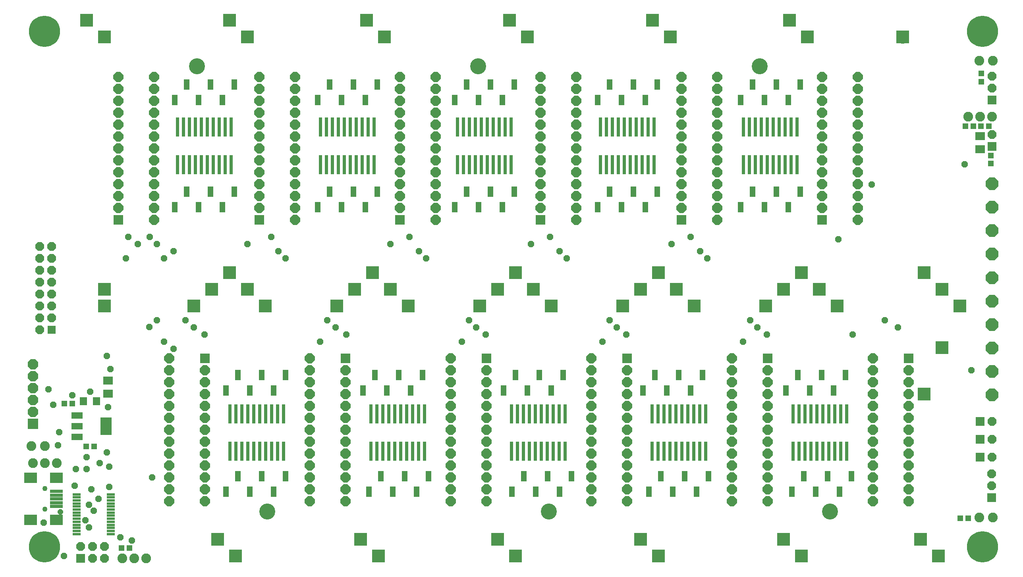
<source format=gbs>
G75*
G70*
%OFA0B0*%
%FSLAX24Y24*%
%IPPOS*%
%LPD*%
%AMOC8*
5,1,8,0,0,1.08239X$1,22.5*
%
%ADD10C,0.1340*%
%ADD11R,0.0740X0.0740*%
%ADD12OC8,0.0740*%
%ADD13R,0.0474X0.0513*%
%ADD14R,0.0513X0.0474*%
%ADD15R,0.0880X0.0880*%
%ADD16OC8,0.0880*%
%ADD17OC8,0.1080*%
%ADD18R,0.0789X0.0710*%
%ADD19R,0.0671X0.0237*%
%ADD20R,0.1064X0.0277*%
%ADD21R,0.1064X0.0867*%
%ADD22C,0.0434*%
%ADD23R,0.0960X0.0560*%
%ADD24R,0.0946X0.1497*%
%ADD25R,0.0631X0.0710*%
%ADD26C,0.0820*%
%ADD27OC8,0.0714*%
%ADD28R,0.0714X0.0714*%
%ADD29R,0.0316X0.1615*%
%ADD30R,0.0474X0.0867*%
%ADD31OC8,0.0840*%
%ADD32R,0.0840X0.0840*%
%ADD33R,0.1080X0.1080*%
%ADD34C,0.0438*%
%ADD35OC8,0.0556*%
%ADD36OC8,0.0438*%
%ADD37C,0.2620*%
D10*
X028289Y005476D03*
X051911Y005476D03*
X075533Y005476D03*
X069627Y042877D03*
X046005Y042877D03*
X022383Y042877D03*
D11*
X088120Y013054D03*
X088120Y011554D03*
X088120Y010054D03*
X089106Y006654D03*
X089120Y036141D03*
X089120Y040054D03*
X012620Y001554D03*
D12*
X013620Y001554D03*
X014620Y001554D03*
X014620Y002554D03*
X013620Y002554D03*
X012620Y002554D03*
X089106Y007654D03*
X089106Y008654D03*
X089120Y010054D03*
X089120Y011554D03*
X089120Y013054D03*
X089120Y037141D03*
X089120Y041054D03*
X089120Y042054D03*
D13*
X088854Y037854D03*
X088185Y037854D03*
X087554Y037854D03*
X086885Y037854D03*
X087132Y004931D03*
X086463Y004931D03*
X016722Y002424D03*
X016053Y002424D03*
D14*
X013754Y010968D03*
X013085Y010968D03*
X011941Y014554D03*
X011271Y014554D03*
X088220Y041606D03*
X088220Y042276D03*
X089033Y035389D03*
X089033Y034720D03*
D15*
X008633Y012854D03*
D16*
X008633Y013854D03*
X008633Y014854D03*
X008633Y015854D03*
X008633Y016854D03*
X008633Y017854D03*
D17*
X089120Y017265D03*
X089120Y015296D03*
X089120Y019233D03*
X089120Y021202D03*
X089120Y023170D03*
X089120Y025139D03*
X089120Y027107D03*
X089120Y029076D03*
X089120Y031044D03*
X089120Y033013D03*
D18*
X088120Y035917D03*
X088120Y037019D03*
X014933Y016506D03*
X014933Y015403D03*
D19*
X015147Y006931D03*
X015147Y006675D03*
X015147Y006419D03*
X015147Y006163D03*
X015147Y005907D03*
X015147Y005652D03*
X015147Y005396D03*
X015147Y005140D03*
X015147Y004884D03*
X015147Y004628D03*
X015147Y004372D03*
X015147Y004116D03*
X015147Y003860D03*
X015147Y003604D03*
X012292Y003604D03*
X012292Y003860D03*
X012292Y004116D03*
X012292Y004372D03*
X012292Y004628D03*
X012292Y004884D03*
X012292Y005140D03*
X012292Y005396D03*
X012292Y005652D03*
X012292Y005907D03*
X012292Y006163D03*
X012292Y006419D03*
X012292Y006675D03*
X012292Y006931D03*
D20*
X010604Y006869D03*
X010604Y006554D03*
X010604Y006239D03*
X010604Y005924D03*
X010604Y007184D03*
D21*
X008438Y004783D03*
X010604Y004783D03*
X010604Y008326D03*
X008438Y008326D03*
D22*
X009620Y007420D03*
X009620Y005688D03*
D23*
X012313Y011744D03*
X012313Y012654D03*
X012313Y013564D03*
D24*
X014753Y012654D03*
D25*
X013957Y014754D03*
X012855Y014754D03*
D26*
X009640Y010991D03*
X008500Y010991D03*
X008620Y009568D03*
X009620Y009568D03*
X010620Y009568D03*
X016120Y001554D03*
X017120Y001554D03*
X018120Y001554D03*
X087133Y038654D03*
X088133Y038654D03*
X089133Y038654D03*
X089190Y043368D03*
X088050Y043368D03*
X088060Y005000D03*
X089200Y005000D03*
D27*
X010206Y021754D03*
X009206Y021754D03*
X009206Y022754D03*
X010206Y022754D03*
X010206Y023754D03*
X009206Y023754D03*
X009206Y024754D03*
X010206Y024754D03*
X010206Y025754D03*
X009206Y025754D03*
X009206Y026754D03*
X010206Y026754D03*
X010206Y027754D03*
X009206Y027754D03*
X009206Y020754D03*
D28*
X010206Y020754D03*
D29*
X025177Y013693D03*
X025677Y013693D03*
X026177Y013693D03*
X026677Y013693D03*
X027177Y013693D03*
X027677Y013693D03*
X028177Y013693D03*
X028677Y013693D03*
X029177Y013693D03*
X029677Y013693D03*
X029677Y010543D03*
X029177Y010543D03*
X028677Y010543D03*
X028177Y010543D03*
X027677Y010543D03*
X027177Y010543D03*
X026677Y010543D03*
X026177Y010543D03*
X025677Y010543D03*
X025177Y010543D03*
X036988Y010543D03*
X037488Y010543D03*
X037988Y010543D03*
X038488Y010543D03*
X038988Y010543D03*
X039488Y010543D03*
X039988Y010543D03*
X040488Y010543D03*
X040988Y010543D03*
X041488Y010543D03*
X041488Y013693D03*
X040988Y013693D03*
X040488Y013693D03*
X039988Y013693D03*
X039488Y013693D03*
X038988Y013693D03*
X038488Y013693D03*
X037988Y013693D03*
X037488Y013693D03*
X036988Y013693D03*
X048799Y013693D03*
X049299Y013693D03*
X049799Y013693D03*
X050299Y013693D03*
X050799Y013693D03*
X051299Y013693D03*
X051799Y013693D03*
X052299Y013693D03*
X052799Y013693D03*
X053299Y013693D03*
X053299Y010543D03*
X052799Y010543D03*
X052299Y010543D03*
X051799Y010543D03*
X051299Y010543D03*
X050799Y010543D03*
X050299Y010543D03*
X049799Y010543D03*
X049299Y010543D03*
X048799Y010543D03*
X060610Y010543D03*
X061110Y010543D03*
X061610Y010543D03*
X062110Y010543D03*
X062610Y010543D03*
X063110Y010543D03*
X063610Y010543D03*
X064110Y010543D03*
X064610Y010543D03*
X065110Y010543D03*
X065110Y013693D03*
X064610Y013693D03*
X064110Y013693D03*
X063610Y013693D03*
X063110Y013693D03*
X062610Y013693D03*
X062110Y013693D03*
X061610Y013693D03*
X061110Y013693D03*
X060610Y013693D03*
X072421Y013693D03*
X072921Y013693D03*
X073421Y013693D03*
X073921Y013693D03*
X074421Y013693D03*
X074921Y013693D03*
X075421Y013693D03*
X075921Y013693D03*
X076421Y013693D03*
X076921Y013693D03*
X076921Y010543D03*
X076421Y010543D03*
X075921Y010543D03*
X075421Y010543D03*
X074921Y010543D03*
X074421Y010543D03*
X073921Y010543D03*
X073421Y010543D03*
X072921Y010543D03*
X072421Y010543D03*
X072267Y034632D03*
X071767Y034632D03*
X071267Y034632D03*
X070767Y034632D03*
X070267Y034632D03*
X069767Y034632D03*
X069267Y034632D03*
X068767Y034632D03*
X068267Y034632D03*
X072767Y034632D03*
X072767Y037782D03*
X072267Y037782D03*
X071767Y037782D03*
X071267Y037782D03*
X070767Y037782D03*
X070267Y037782D03*
X069767Y037782D03*
X069267Y037782D03*
X068767Y037782D03*
X068267Y037782D03*
X060767Y037782D03*
X060267Y037782D03*
X059767Y037782D03*
X059267Y037782D03*
X058767Y037782D03*
X058267Y037782D03*
X057767Y037782D03*
X057267Y037782D03*
X056767Y037782D03*
X056267Y037782D03*
X056267Y034632D03*
X056767Y034632D03*
X057267Y034632D03*
X057767Y034632D03*
X058267Y034632D03*
X058767Y034632D03*
X059267Y034632D03*
X059767Y034632D03*
X060267Y034632D03*
X060767Y034632D03*
X048767Y034632D03*
X048267Y034632D03*
X047767Y034632D03*
X047267Y034632D03*
X046767Y034632D03*
X046267Y034632D03*
X045767Y034632D03*
X045267Y034632D03*
X044767Y034632D03*
X044267Y034632D03*
X044267Y037782D03*
X044767Y037782D03*
X045267Y037782D03*
X045767Y037782D03*
X046267Y037782D03*
X046767Y037782D03*
X047267Y037782D03*
X047767Y037782D03*
X048267Y037782D03*
X048767Y037782D03*
X037267Y037782D03*
X036767Y037782D03*
X036267Y037782D03*
X035767Y037782D03*
X035267Y037782D03*
X034767Y037782D03*
X034267Y037782D03*
X033767Y037782D03*
X033267Y037782D03*
X032767Y037782D03*
X032767Y034632D03*
X033267Y034632D03*
X033767Y034632D03*
X034267Y034632D03*
X034767Y034632D03*
X035267Y034632D03*
X035767Y034632D03*
X036267Y034632D03*
X036767Y034632D03*
X037267Y034632D03*
X025267Y034632D03*
X024767Y034632D03*
X024267Y034632D03*
X023767Y034632D03*
X023267Y034632D03*
X022767Y034632D03*
X022267Y034632D03*
X021767Y034632D03*
X021267Y034632D03*
X020767Y034632D03*
X020767Y037782D03*
X021267Y037782D03*
X021767Y037782D03*
X022267Y037782D03*
X022767Y037782D03*
X023267Y037782D03*
X023767Y037782D03*
X024267Y037782D03*
X024767Y037782D03*
X025267Y037782D03*
D30*
X024517Y040057D03*
X023517Y041357D03*
X021517Y041357D03*
X020517Y040057D03*
X022517Y040057D03*
X025517Y041357D03*
X032517Y040057D03*
X033517Y041357D03*
X035517Y041357D03*
X037517Y041357D03*
X036517Y040057D03*
X034517Y040057D03*
X044017Y040057D03*
X046017Y040057D03*
X045017Y041357D03*
X047017Y041357D03*
X048017Y040057D03*
X049017Y041357D03*
X056017Y040057D03*
X057017Y041357D03*
X059017Y041357D03*
X061017Y041357D03*
X060017Y040057D03*
X058017Y040057D03*
X068017Y040057D03*
X070017Y040057D03*
X072017Y040057D03*
X071017Y041357D03*
X069017Y041357D03*
X073017Y041357D03*
X073017Y032357D03*
X072017Y031057D03*
X071017Y032357D03*
X070017Y031057D03*
X069017Y032357D03*
X068017Y031057D03*
X061017Y032357D03*
X060017Y031057D03*
X059017Y032357D03*
X058017Y031057D03*
X057017Y032357D03*
X056017Y031057D03*
X049017Y032357D03*
X048017Y031057D03*
X047017Y032357D03*
X046017Y031057D03*
X045017Y032357D03*
X044017Y031057D03*
X037517Y032357D03*
X036517Y031057D03*
X035517Y032357D03*
X034517Y031057D03*
X033517Y032357D03*
X032517Y031057D03*
X025517Y032357D03*
X024517Y031057D03*
X023517Y032357D03*
X022517Y031057D03*
X021517Y032357D03*
X020517Y031057D03*
X025817Y016957D03*
X027817Y016957D03*
X029817Y016957D03*
X028817Y015657D03*
X026817Y015657D03*
X024817Y015657D03*
X025817Y008457D03*
X024817Y007157D03*
X026817Y007157D03*
X027817Y008457D03*
X028817Y007157D03*
X029817Y008457D03*
X036817Y007157D03*
X037817Y008457D03*
X038817Y007157D03*
X039817Y008457D03*
X040817Y007157D03*
X041817Y008457D03*
X048817Y007157D03*
X049817Y008457D03*
X050817Y007157D03*
X051817Y008457D03*
X052817Y007157D03*
X053817Y008457D03*
X060317Y007157D03*
X061317Y008457D03*
X062317Y007157D03*
X063317Y008457D03*
X064317Y007157D03*
X065317Y008457D03*
X072317Y007157D03*
X073317Y008457D03*
X074317Y007157D03*
X075317Y008457D03*
X076317Y007157D03*
X077317Y008457D03*
X075817Y015657D03*
X073817Y015657D03*
X071817Y015657D03*
X072817Y016957D03*
X074817Y016957D03*
X076817Y016957D03*
X064817Y016957D03*
X062817Y016957D03*
X060817Y016957D03*
X059817Y015657D03*
X061817Y015657D03*
X063817Y015657D03*
X053117Y016957D03*
X051117Y016957D03*
X049117Y016957D03*
X048117Y015657D03*
X050117Y015657D03*
X052117Y015657D03*
X041317Y016957D03*
X039317Y016957D03*
X037317Y016957D03*
X036317Y015657D03*
X038317Y015657D03*
X040317Y015657D03*
D31*
X043679Y015365D03*
X043679Y014365D03*
X043679Y013365D03*
X043679Y012365D03*
X043679Y011365D03*
X043679Y010365D03*
X043679Y009365D03*
X043679Y008365D03*
X043679Y007365D03*
X043679Y006365D03*
X046679Y006365D03*
X046679Y007365D03*
X046679Y008365D03*
X046679Y009365D03*
X046679Y010365D03*
X046679Y011365D03*
X046679Y012365D03*
X046679Y013365D03*
X046679Y014365D03*
X046679Y015365D03*
X046679Y016365D03*
X046679Y017365D03*
X043679Y017365D03*
X043679Y018365D03*
X043679Y016365D03*
X034868Y016365D03*
X034868Y015365D03*
X034868Y014365D03*
X034868Y013365D03*
X034868Y012365D03*
X034868Y011365D03*
X034868Y010365D03*
X034868Y009365D03*
X034868Y008365D03*
X034868Y007365D03*
X034868Y006365D03*
X031868Y006365D03*
X031868Y007365D03*
X031868Y008365D03*
X031868Y009365D03*
X031868Y010365D03*
X031868Y011365D03*
X031868Y012365D03*
X031868Y013365D03*
X031868Y014365D03*
X031868Y015365D03*
X031868Y016365D03*
X031868Y017365D03*
X031868Y018365D03*
X034868Y017365D03*
X023057Y017365D03*
X023057Y016365D03*
X023057Y015365D03*
X023057Y014365D03*
X023057Y013365D03*
X023057Y012365D03*
X023057Y011365D03*
X023057Y010365D03*
X023057Y009365D03*
X023057Y008365D03*
X023057Y007365D03*
X023057Y006365D03*
X020057Y006365D03*
X020057Y007365D03*
X020057Y008365D03*
X020057Y009365D03*
X020057Y010365D03*
X020057Y011365D03*
X020057Y012365D03*
X020057Y013365D03*
X020057Y014365D03*
X020057Y015365D03*
X020057Y016365D03*
X020057Y017365D03*
X020057Y018365D03*
X018805Y029987D03*
X018805Y030987D03*
X018805Y031987D03*
X018805Y032987D03*
X018805Y033987D03*
X018805Y034987D03*
X018805Y035987D03*
X018805Y036987D03*
X018805Y037987D03*
X018805Y038987D03*
X018805Y039987D03*
X018805Y040987D03*
X018805Y041987D03*
X015805Y041987D03*
X015805Y040987D03*
X015805Y039987D03*
X015805Y038987D03*
X015805Y037987D03*
X015805Y036987D03*
X015805Y035987D03*
X015805Y034987D03*
X015805Y033987D03*
X015805Y032987D03*
X015805Y031987D03*
X015805Y030987D03*
X027616Y030987D03*
X027616Y031987D03*
X027616Y032987D03*
X027616Y033987D03*
X027616Y034987D03*
X027616Y035987D03*
X027616Y036987D03*
X027616Y037987D03*
X027616Y038987D03*
X027616Y039987D03*
X027616Y040987D03*
X027616Y041987D03*
X030616Y041987D03*
X030616Y040987D03*
X030616Y039987D03*
X030616Y038987D03*
X030616Y037987D03*
X030616Y036987D03*
X030616Y035987D03*
X030616Y034987D03*
X030616Y033987D03*
X030616Y032987D03*
X030616Y031987D03*
X030616Y030987D03*
X030616Y029987D03*
X039427Y030987D03*
X039427Y031987D03*
X039427Y032987D03*
X039427Y033987D03*
X039427Y034987D03*
X039427Y035987D03*
X039427Y036987D03*
X039427Y037987D03*
X039427Y038987D03*
X039427Y039987D03*
X039427Y040987D03*
X039427Y041987D03*
X042427Y041987D03*
X042427Y040987D03*
X042427Y039987D03*
X042427Y038987D03*
X042427Y037987D03*
X042427Y036987D03*
X042427Y035987D03*
X042427Y034987D03*
X042427Y033987D03*
X042427Y032987D03*
X042427Y031987D03*
X042427Y030987D03*
X042427Y029987D03*
X051238Y030987D03*
X051238Y031987D03*
X051238Y032987D03*
X051238Y033987D03*
X051238Y034987D03*
X051238Y035987D03*
X051238Y036987D03*
X051238Y037987D03*
X051238Y038987D03*
X051238Y039987D03*
X051238Y040987D03*
X051238Y041987D03*
X054238Y041987D03*
X054238Y040987D03*
X054238Y039987D03*
X054238Y038987D03*
X054238Y037987D03*
X054238Y036987D03*
X054238Y035987D03*
X054238Y034987D03*
X054238Y033987D03*
X054238Y032987D03*
X054238Y031987D03*
X054238Y030987D03*
X054238Y029987D03*
X063049Y030987D03*
X063049Y031987D03*
X063049Y032987D03*
X063049Y033987D03*
X063049Y034987D03*
X063049Y035987D03*
X063049Y036987D03*
X063049Y037987D03*
X063049Y038987D03*
X063049Y039987D03*
X063049Y040987D03*
X063049Y041987D03*
X066049Y041987D03*
X066049Y040987D03*
X066049Y039987D03*
X066049Y038987D03*
X066049Y037987D03*
X066049Y036987D03*
X066049Y035987D03*
X066049Y034987D03*
X066049Y033987D03*
X066049Y032987D03*
X066049Y031987D03*
X066049Y030987D03*
X066049Y029987D03*
X074860Y030987D03*
X074860Y031987D03*
X074860Y032987D03*
X074860Y033987D03*
X074860Y034987D03*
X074860Y035987D03*
X074860Y036987D03*
X074860Y037987D03*
X074860Y038987D03*
X074860Y039987D03*
X074860Y040987D03*
X074860Y041987D03*
X077860Y041987D03*
X077860Y040987D03*
X077860Y039987D03*
X077860Y038987D03*
X077860Y037987D03*
X077860Y036987D03*
X077860Y035987D03*
X077860Y034987D03*
X077860Y033987D03*
X077860Y032987D03*
X077860Y031987D03*
X077860Y030987D03*
X077860Y029987D03*
X079112Y018365D03*
X079112Y017365D03*
X079112Y016365D03*
X079112Y015365D03*
X079112Y014365D03*
X079112Y013365D03*
X079112Y012365D03*
X079112Y011365D03*
X079112Y010365D03*
X079112Y009365D03*
X079112Y008365D03*
X079112Y007365D03*
X079112Y006365D03*
X082112Y006365D03*
X082112Y007365D03*
X082112Y008365D03*
X082112Y009365D03*
X082112Y010365D03*
X082112Y011365D03*
X082112Y012365D03*
X082112Y013365D03*
X082112Y014365D03*
X082112Y015365D03*
X082112Y016365D03*
X082112Y017365D03*
X070301Y017365D03*
X070301Y016365D03*
X070301Y015365D03*
X070301Y014365D03*
X070301Y013365D03*
X070301Y012365D03*
X070301Y011365D03*
X070301Y010365D03*
X070301Y009365D03*
X070301Y008365D03*
X070301Y007365D03*
X070301Y006365D03*
X067301Y006365D03*
X067301Y007365D03*
X067301Y008365D03*
X067301Y009365D03*
X067301Y010365D03*
X067301Y011365D03*
X067301Y012365D03*
X067301Y013365D03*
X067301Y014365D03*
X067301Y015365D03*
X067301Y016365D03*
X067301Y017365D03*
X067301Y018365D03*
X058490Y017365D03*
X058490Y016365D03*
X058490Y015365D03*
X058490Y014365D03*
X058490Y013365D03*
X058490Y012365D03*
X058490Y011365D03*
X058490Y010365D03*
X058490Y009365D03*
X058490Y008365D03*
X058490Y007365D03*
X058490Y006365D03*
X055490Y006365D03*
X055490Y007365D03*
X055490Y008365D03*
X055490Y009365D03*
X055490Y010365D03*
X055490Y011365D03*
X055490Y012365D03*
X055490Y013365D03*
X055490Y014365D03*
X055490Y015365D03*
X055490Y016365D03*
X055490Y017365D03*
X055490Y018365D03*
D32*
X058490Y018365D03*
X070301Y018365D03*
X082112Y018365D03*
X074860Y029987D03*
X063049Y029987D03*
X051238Y029987D03*
X039427Y029987D03*
X027616Y029987D03*
X015805Y029987D03*
X023057Y018365D03*
X034868Y018365D03*
X046679Y018365D03*
D33*
X046120Y022754D03*
X047620Y024154D03*
X049120Y025554D03*
X050620Y024154D03*
X052120Y022754D03*
X058120Y022754D03*
X059620Y024154D03*
X061120Y025554D03*
X062620Y024154D03*
X064120Y022754D03*
X070120Y022754D03*
X071620Y024154D03*
X073120Y025554D03*
X074620Y024154D03*
X076120Y022754D03*
X083420Y025554D03*
X084920Y024154D03*
X086420Y022754D03*
X084920Y019254D03*
X083420Y015354D03*
X083120Y003154D03*
X084620Y001754D03*
X073120Y001754D03*
X071620Y003154D03*
X061120Y001754D03*
X059620Y003154D03*
X049120Y001754D03*
X047620Y003154D03*
X037620Y001754D03*
X036120Y003154D03*
X025620Y001754D03*
X024120Y003154D03*
X022120Y022754D03*
X023620Y024154D03*
X025120Y025554D03*
X026620Y024154D03*
X028120Y022754D03*
X034120Y022754D03*
X035620Y024154D03*
X037120Y025554D03*
X038620Y024154D03*
X040120Y022754D03*
X014620Y022754D03*
X014620Y024154D03*
X014620Y045354D03*
X013120Y046754D03*
X025120Y046754D03*
X026620Y045354D03*
X036620Y046754D03*
X038120Y045354D03*
X048620Y046754D03*
X050120Y045354D03*
X060620Y046754D03*
X062120Y045354D03*
X072120Y046754D03*
X073620Y045354D03*
X081620Y045354D03*
D34*
X081920Y045054D03*
X081920Y045654D03*
X081320Y045654D03*
X081320Y045054D03*
X073920Y045054D03*
X073920Y045654D03*
X073320Y045654D03*
X073320Y045054D03*
X072420Y046454D03*
X072420Y047054D03*
X071820Y047054D03*
X071820Y046454D03*
X062420Y045654D03*
X062420Y045054D03*
X061820Y045054D03*
X061820Y045654D03*
X060920Y046454D03*
X060920Y047054D03*
X060320Y047054D03*
X060320Y046454D03*
X050420Y045654D03*
X050420Y045054D03*
X049820Y045054D03*
X049820Y045654D03*
X048920Y046454D03*
X048920Y047054D03*
X048320Y047054D03*
X048320Y046454D03*
X038420Y045654D03*
X038420Y045054D03*
X037820Y045054D03*
X037820Y045654D03*
X036920Y046454D03*
X036920Y047054D03*
X036320Y047054D03*
X036320Y046454D03*
X026920Y045654D03*
X026920Y045054D03*
X026320Y045054D03*
X026320Y045654D03*
X025420Y046454D03*
X025420Y047054D03*
X024820Y047054D03*
X024820Y046454D03*
X014920Y045654D03*
X014920Y045054D03*
X014320Y045054D03*
X014320Y045654D03*
X013420Y046454D03*
X013420Y047054D03*
X012820Y047054D03*
X012820Y046454D03*
X024820Y025854D03*
X025420Y025854D03*
X025420Y025254D03*
X024820Y025254D03*
X023920Y024454D03*
X023320Y024454D03*
X023320Y023854D03*
X023920Y023854D03*
X022420Y023054D03*
X022420Y022454D03*
X021820Y022454D03*
X021820Y023054D03*
X026320Y023854D03*
X026920Y023854D03*
X027820Y023054D03*
X028420Y023054D03*
X028420Y022454D03*
X027820Y022454D03*
X026920Y024454D03*
X026320Y024454D03*
X033820Y023054D03*
X034420Y023054D03*
X034420Y022454D03*
X033820Y022454D03*
X035320Y023854D03*
X035920Y023854D03*
X035920Y024454D03*
X035320Y024454D03*
X036820Y025254D03*
X037420Y025254D03*
X037420Y025854D03*
X036820Y025854D03*
X038320Y024454D03*
X038920Y024454D03*
X038920Y023854D03*
X038320Y023854D03*
X039820Y023054D03*
X040420Y023054D03*
X040420Y022454D03*
X039820Y022454D03*
X045820Y022454D03*
X046420Y022454D03*
X046420Y023054D03*
X045820Y023054D03*
X047320Y023854D03*
X047920Y023854D03*
X047920Y024454D03*
X047320Y024454D03*
X048820Y025254D03*
X049420Y025254D03*
X049420Y025854D03*
X048820Y025854D03*
X050320Y024454D03*
X050920Y024454D03*
X050920Y023854D03*
X050320Y023854D03*
X051820Y023054D03*
X052420Y023054D03*
X052420Y022454D03*
X051820Y022454D03*
X057820Y022454D03*
X058420Y022454D03*
X058420Y023054D03*
X057820Y023054D03*
X059320Y023854D03*
X059920Y023854D03*
X059920Y024454D03*
X059320Y024454D03*
X060820Y025254D03*
X061420Y025254D03*
X061420Y025854D03*
X060820Y025854D03*
X062320Y024454D03*
X062920Y024454D03*
X062920Y023854D03*
X062320Y023854D03*
X063820Y023054D03*
X064420Y023054D03*
X064420Y022454D03*
X063820Y022454D03*
X069820Y022454D03*
X070420Y022454D03*
X070420Y023054D03*
X069820Y023054D03*
X071320Y023854D03*
X071920Y023854D03*
X071920Y024454D03*
X071320Y024454D03*
X072820Y025254D03*
X073420Y025254D03*
X073420Y025854D03*
X072820Y025854D03*
X074320Y024454D03*
X074920Y024454D03*
X074920Y023854D03*
X074320Y023854D03*
X075820Y023054D03*
X076420Y023054D03*
X076420Y022454D03*
X075820Y022454D03*
X083120Y025254D03*
X083720Y025254D03*
X083720Y025854D03*
X083120Y025854D03*
X084620Y024454D03*
X085220Y024454D03*
X085220Y023854D03*
X084620Y023854D03*
X086120Y023054D03*
X086720Y023054D03*
X086720Y022454D03*
X086120Y022454D03*
X085220Y019554D03*
X084620Y019554D03*
X084620Y018954D03*
X085220Y018954D03*
X083720Y015654D03*
X083720Y015054D03*
X083120Y015054D03*
X083120Y015654D03*
X082820Y003454D03*
X083420Y003454D03*
X083420Y002854D03*
X082820Y002854D03*
X084320Y002054D03*
X084920Y002054D03*
X084920Y001454D03*
X084320Y001454D03*
X073420Y001454D03*
X073420Y002054D03*
X072820Y002054D03*
X072820Y001454D03*
X071920Y002854D03*
X071920Y003454D03*
X071320Y003454D03*
X071320Y002854D03*
X061420Y002054D03*
X061420Y001454D03*
X060820Y001454D03*
X060820Y002054D03*
X059920Y002854D03*
X059920Y003454D03*
X059320Y003454D03*
X059320Y002854D03*
X049420Y002054D03*
X049420Y001454D03*
X048820Y001454D03*
X048820Y002054D03*
X047920Y002854D03*
X047920Y003454D03*
X047320Y003454D03*
X047320Y002854D03*
X037920Y002054D03*
X037920Y001454D03*
X037320Y001454D03*
X037320Y002054D03*
X036420Y002854D03*
X036420Y003454D03*
X035820Y003454D03*
X035820Y002854D03*
X025920Y002054D03*
X025920Y001454D03*
X025320Y001454D03*
X025320Y002054D03*
X024420Y002854D03*
X024420Y003454D03*
X023820Y003454D03*
X023820Y002854D03*
X014920Y022454D03*
X014920Y023054D03*
X014320Y023054D03*
X014320Y022454D03*
X014320Y023854D03*
X014920Y023854D03*
X014920Y024454D03*
X014320Y024454D03*
D35*
X016420Y026754D03*
X017420Y027954D03*
X016620Y028554D03*
X018420Y028554D03*
X019020Y027954D03*
X020420Y027354D03*
X019620Y026754D03*
X026620Y027954D03*
X028620Y028554D03*
X029220Y027354D03*
X029820Y026754D03*
X033320Y021554D03*
X034020Y020954D03*
X034920Y020354D03*
X032720Y019754D03*
X023020Y020354D03*
X022120Y020954D03*
X021420Y021554D03*
X019020Y021554D03*
X018387Y020974D03*
X019620Y019754D03*
X020420Y019154D03*
X015120Y017454D03*
X014820Y018554D03*
X013420Y015554D03*
X011920Y015254D03*
X010320Y014454D03*
X009920Y015754D03*
X014920Y014254D03*
X010820Y012154D03*
X010720Y011054D03*
X013120Y010054D03*
X014220Y009554D03*
X015020Y009254D03*
X014820Y010454D03*
X013120Y009054D03*
X012220Y009054D03*
X012120Y007654D03*
X013520Y007354D03*
X014120Y006554D03*
X013320Y006054D03*
X013720Y005554D03*
X013020Y004754D03*
X013320Y004154D03*
X015954Y003313D03*
X016920Y003054D03*
X011220Y001754D03*
X009520Y004554D03*
X015020Y007554D03*
X018620Y008354D03*
X044620Y019754D03*
X045820Y020954D03*
X045220Y021554D03*
X046620Y020354D03*
X056420Y019754D03*
X057620Y020954D03*
X057020Y021554D03*
X058420Y020354D03*
X068220Y019754D03*
X069420Y020954D03*
X068820Y021554D03*
X070220Y020354D03*
X077420Y020354D03*
X080120Y021554D03*
X081220Y020954D03*
X087409Y017365D03*
X076220Y028354D03*
X079020Y032954D03*
X086820Y034654D03*
X081620Y045054D03*
X063820Y028554D03*
X064620Y027354D03*
X065220Y026754D03*
X062220Y027954D03*
X053420Y026754D03*
X052820Y027354D03*
X052020Y028554D03*
X050420Y027954D03*
X041620Y026754D03*
X041020Y027354D03*
X040220Y028554D03*
X038620Y027954D03*
D36*
X010920Y005454D03*
D37*
X009588Y002523D03*
X009588Y045830D03*
X088328Y045830D03*
X088328Y002523D03*
M02*

</source>
